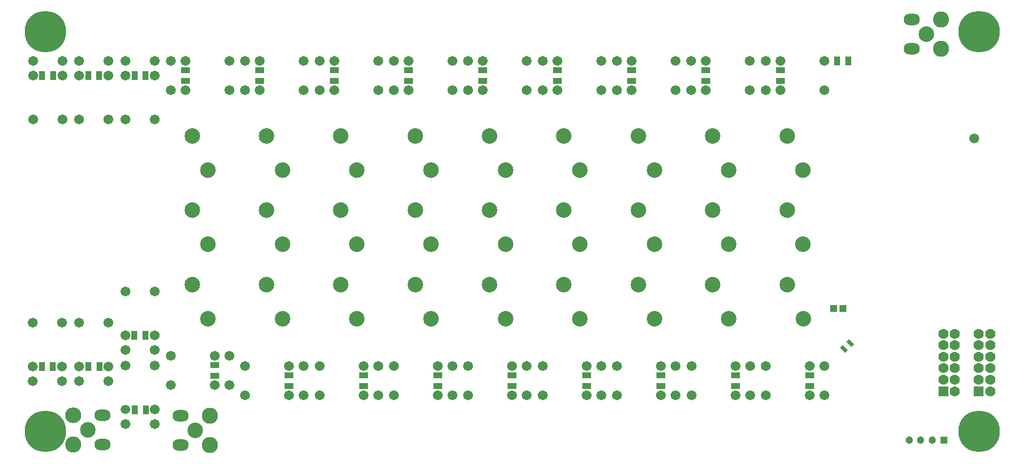
<source format=gbs>
G04*
G04 #@! TF.GenerationSoftware,Altium Limited,Altium Designer,21.7.1 (17)*
G04*
G04 Layer_Color=16711935*
%FSLAX44Y44*%
%MOMM*%
G71*
G04*
G04 #@! TF.SameCoordinates,6DA6EFF2-A010-467E-8A55-43E705FB17ED*
G04*
G04*
G04 #@! TF.FilePolarity,Negative*
G04*
G01*
G75*
%ADD57R,1.1032X1.5032*%
%ADD60R,1.5032X1.1032*%
%ADD63R,1.2032X1.2032*%
%ADD79C,1.7032*%
%ADD80O,1.7032X1.5032*%
%ADD81C,2.7032*%
%ADD82R,1.3032X1.3032*%
%ADD83C,1.3032*%
%ADD84C,1.7782*%
%ADD85R,1.7782X1.7782*%
%ADD86C,7.2032*%
%ADD87C,1.2032*%
%ADD88C,2.8032*%
%ADD89O,2.8032X2.0032*%
%ADD90O,2.8032X2.7032*%
G04:AMPARAMS|DCode=137|XSize=1.2032mm|YSize=0.7032mm|CornerRadius=0mm|HoleSize=0mm|Usage=FLASHONLY|Rotation=135.000|XOffset=0mm|YOffset=0mm|HoleType=Round|Shape=Rectangle|*
%AMROTATEDRECTD137*
4,1,4,0.6740,-0.1768,0.1768,-0.6740,-0.6740,0.1768,-0.1768,0.6740,0.6740,-0.1768,0.0*
%
%ADD137ROTATEDRECTD137*%

D57*
X134000Y153000D02*
D03*
X53500D02*
D03*
X213750Y207250D02*
D03*
X195500Y78000D02*
D03*
X133750Y658750D02*
D03*
X114750D02*
D03*
X115000Y153000D02*
D03*
X214000Y658500D02*
D03*
X195000D02*
D03*
X194750Y207250D02*
D03*
X34750Y658650D02*
D03*
X53750D02*
D03*
X34500Y153000D02*
D03*
X214500Y78000D02*
D03*
X1433000Y683500D02*
D03*
X1414000D02*
D03*
D60*
X334250Y155500D02*
D03*
X463200Y138000D02*
D03*
X592200D02*
D03*
X721200D02*
D03*
X850200D02*
D03*
X979200D02*
D03*
X1108200D02*
D03*
X1237200D02*
D03*
X1366000D02*
D03*
X283400Y667750D02*
D03*
Y648750D02*
D03*
X334250Y136500D02*
D03*
X412400Y667750D02*
D03*
Y648750D02*
D03*
X463200Y119000D02*
D03*
X541400Y667750D02*
D03*
Y648750D02*
D03*
X592200Y119000D02*
D03*
X670400Y667750D02*
D03*
Y648750D02*
D03*
X721200Y119000D02*
D03*
X799400Y667750D02*
D03*
Y648750D02*
D03*
X850200Y119000D02*
D03*
X928400Y667750D02*
D03*
Y648750D02*
D03*
X979200Y119000D02*
D03*
X1057400Y667750D02*
D03*
Y648750D02*
D03*
X1108200Y119000D02*
D03*
X1186350Y667750D02*
D03*
Y648750D02*
D03*
X1237200Y119000D02*
D03*
X1315250Y667750D02*
D03*
Y648750D02*
D03*
X1366000Y119000D02*
D03*
D63*
X1407750Y253750D02*
D03*
X1423750D02*
D03*
D79*
X18500Y127700D02*
D03*
Y153100D02*
D03*
Y229300D02*
D03*
X69300D02*
D03*
Y153100D02*
D03*
Y127700D02*
D03*
X18850Y684050D02*
D03*
Y658650D02*
D03*
Y582450D02*
D03*
X69650D02*
D03*
Y658650D02*
D03*
Y684050D02*
D03*
X179100Y52950D02*
D03*
Y154550D02*
D03*
X229900D02*
D03*
Y78350D02*
D03*
Y52950D02*
D03*
X149900Y127700D02*
D03*
Y153100D02*
D03*
Y229300D02*
D03*
X99100D02*
D03*
Y153100D02*
D03*
Y127700D02*
D03*
X149775Y684050D02*
D03*
Y658650D02*
D03*
Y582450D02*
D03*
X98975D02*
D03*
Y658650D02*
D03*
Y684050D02*
D03*
X1391600Y154040D02*
D03*
X1366200D02*
D03*
X1290000D02*
D03*
Y103240D02*
D03*
X1366200D02*
D03*
X1391600D02*
D03*
X1290000Y683540D02*
D03*
X1315400D02*
D03*
X1391600D02*
D03*
Y632740D02*
D03*
X1315400D02*
D03*
X1290000D02*
D03*
X1262600Y154040D02*
D03*
X1237200D02*
D03*
X1161000D02*
D03*
Y103240D02*
D03*
X1237200D02*
D03*
X1262600D02*
D03*
X1160950Y683540D02*
D03*
X1186350D02*
D03*
X1262550D02*
D03*
Y632740D02*
D03*
X1186350D02*
D03*
X1160950D02*
D03*
X1133600Y154040D02*
D03*
X1108200D02*
D03*
X1032000D02*
D03*
Y103240D02*
D03*
X1108200D02*
D03*
X1133600D02*
D03*
X1032000Y683540D02*
D03*
X1057400D02*
D03*
X1133600D02*
D03*
Y632740D02*
D03*
X1057400D02*
D03*
X1032000D02*
D03*
X1004600Y154040D02*
D03*
X979200D02*
D03*
X903000D02*
D03*
Y103240D02*
D03*
X979200D02*
D03*
X1004600D02*
D03*
X903000Y683500D02*
D03*
X928400D02*
D03*
X1004600D02*
D03*
Y632700D02*
D03*
X928400D02*
D03*
X903000D02*
D03*
X875600Y154040D02*
D03*
X850200D02*
D03*
X774000D02*
D03*
Y103240D02*
D03*
X850200D02*
D03*
X875600D02*
D03*
X774000Y683500D02*
D03*
X799400D02*
D03*
X875600D02*
D03*
Y632700D02*
D03*
X799400D02*
D03*
X774000D02*
D03*
X746600Y154040D02*
D03*
X721200D02*
D03*
X645000D02*
D03*
Y103240D02*
D03*
X721200D02*
D03*
X746600D02*
D03*
X645000Y683500D02*
D03*
X670400D02*
D03*
X746600D02*
D03*
Y632700D02*
D03*
X670400D02*
D03*
X645000D02*
D03*
X617600Y154040D02*
D03*
X592200D02*
D03*
X516000D02*
D03*
Y103240D02*
D03*
X592200D02*
D03*
X617600D02*
D03*
X516000Y683500D02*
D03*
X541400D02*
D03*
X617600D02*
D03*
Y632700D02*
D03*
X541400D02*
D03*
X516000D02*
D03*
X488600Y154040D02*
D03*
X463200D02*
D03*
X387000D02*
D03*
Y103240D02*
D03*
X463200D02*
D03*
X488600D02*
D03*
X387000Y683500D02*
D03*
X412400D02*
D03*
X488600D02*
D03*
Y632700D02*
D03*
X412400D02*
D03*
X387000D02*
D03*
X359550Y171650D02*
D03*
X334150D02*
D03*
X257950D02*
D03*
Y120850D02*
D03*
X334150D02*
D03*
X359550D02*
D03*
X258000Y683500D02*
D03*
X283400D02*
D03*
X359600D02*
D03*
Y632700D02*
D03*
X283400D02*
D03*
X258000D02*
D03*
X229900Y181950D02*
D03*
Y207350D02*
D03*
Y283550D02*
D03*
X179100D02*
D03*
Y207350D02*
D03*
Y181950D02*
D03*
X229900Y684050D02*
D03*
Y658650D02*
D03*
Y582450D02*
D03*
X179100D02*
D03*
Y658650D02*
D03*
Y684050D02*
D03*
X1651250Y549500D02*
D03*
D80*
X179100Y78350D02*
D03*
D81*
X1198035Y424323D02*
D03*
X1225789Y365457D02*
D03*
X709677D02*
D03*
X681923Y424323D02*
D03*
X709677Y236228D02*
D03*
X681923Y295095D02*
D03*
Y553198D02*
D03*
X709677Y494332D02*
D03*
X552923Y424323D02*
D03*
X580677Y365457D02*
D03*
X552923Y295095D02*
D03*
X580677Y236228D02*
D03*
Y494332D02*
D03*
X552923Y553198D02*
D03*
X451677Y365457D02*
D03*
X423923Y424323D02*
D03*
X451677Y236228D02*
D03*
X423923Y295095D02*
D03*
Y553198D02*
D03*
X451677Y494332D02*
D03*
X294923Y424323D02*
D03*
X322677Y365457D02*
D03*
X294923Y295095D02*
D03*
X322677Y236228D02*
D03*
Y494332D02*
D03*
X294923Y553198D02*
D03*
X967677Y365457D02*
D03*
X939923Y424323D02*
D03*
X967677Y236228D02*
D03*
X939923Y295095D02*
D03*
Y553198D02*
D03*
X967677Y494332D02*
D03*
X810923Y424323D02*
D03*
X838677Y365457D02*
D03*
X810923Y295095D02*
D03*
X838677Y236228D02*
D03*
Y494332D02*
D03*
X810923Y553198D02*
D03*
X1327100Y424323D02*
D03*
X1354854Y365457D02*
D03*
X1327277Y295095D02*
D03*
X1355031Y236228D02*
D03*
X1354854Y494508D02*
D03*
X1327100Y553375D02*
D03*
X1225965Y236228D02*
D03*
X1198211Y295095D02*
D03*
Y553198D02*
D03*
X1225965Y494332D02*
D03*
X1068923Y424323D02*
D03*
X1096677Y365457D02*
D03*
X1068923Y295095D02*
D03*
X1096677Y236228D02*
D03*
Y494332D02*
D03*
X1068923Y553198D02*
D03*
X300500Y42250D02*
D03*
X1569000Y730000D02*
D03*
X114000Y43000D02*
D03*
D82*
X1598750Y25250D02*
D03*
D83*
X1578750D02*
D03*
X1558750D02*
D03*
X1538750D02*
D03*
D84*
X1618000Y210000D02*
D03*
X1598000D02*
D03*
X1618000Y190000D02*
D03*
X1598000D02*
D03*
X1618000Y170000D02*
D03*
X1598000D02*
D03*
X1618000Y150000D02*
D03*
X1598000D02*
D03*
X1618000Y130000D02*
D03*
X1598000D02*
D03*
X1618000Y110000D02*
D03*
X1679250D02*
D03*
X1659250Y130000D02*
D03*
X1679250D02*
D03*
X1659250Y150000D02*
D03*
X1679250D02*
D03*
X1659250Y170000D02*
D03*
X1679250D02*
D03*
X1659250Y190000D02*
D03*
X1679250D02*
D03*
X1659250Y210000D02*
D03*
X1679250D02*
D03*
D85*
X1598000Y110000D02*
D03*
X1659250D02*
D03*
D86*
X1660000Y735000D02*
D03*
X40000D02*
D03*
X1660000Y40000D02*
D03*
X40000D02*
D03*
D87*
X1642000Y717000D02*
D03*
X1678000Y753000D02*
D03*
X1642000D02*
D03*
X1678000Y717000D02*
D03*
X1660000Y760000D02*
D03*
Y710000D02*
D03*
X1635000Y735000D02*
D03*
X1685000D02*
D03*
X22000Y717000D02*
D03*
X58000Y753000D02*
D03*
X22000D02*
D03*
X58000Y717000D02*
D03*
X40000Y760000D02*
D03*
Y710000D02*
D03*
X15000Y735000D02*
D03*
X65000D02*
D03*
X1685000Y40000D02*
D03*
X1635000D02*
D03*
X1660000Y15000D02*
D03*
Y65000D02*
D03*
X1678000Y22000D02*
D03*
X1642000Y58000D02*
D03*
X1678000D02*
D03*
X1642000Y22000D02*
D03*
X22000D02*
D03*
X58000Y58000D02*
D03*
X22000D02*
D03*
X58000Y22000D02*
D03*
X40000Y65000D02*
D03*
Y15000D02*
D03*
X15000Y40000D02*
D03*
X65000D02*
D03*
D88*
X325900Y67650D02*
D03*
Y16850D02*
D03*
X1594400Y755400D02*
D03*
Y704600D02*
D03*
X88600Y17600D02*
D03*
D89*
X275100Y16850D02*
D03*
Y67650D02*
D03*
X1543600Y704600D02*
D03*
Y755400D02*
D03*
X139400Y68400D02*
D03*
Y17600D02*
D03*
D90*
X88600Y68400D02*
D03*
D137*
X1436446Y193946D02*
D03*
X1425839Y183339D02*
D03*
M02*

</source>
